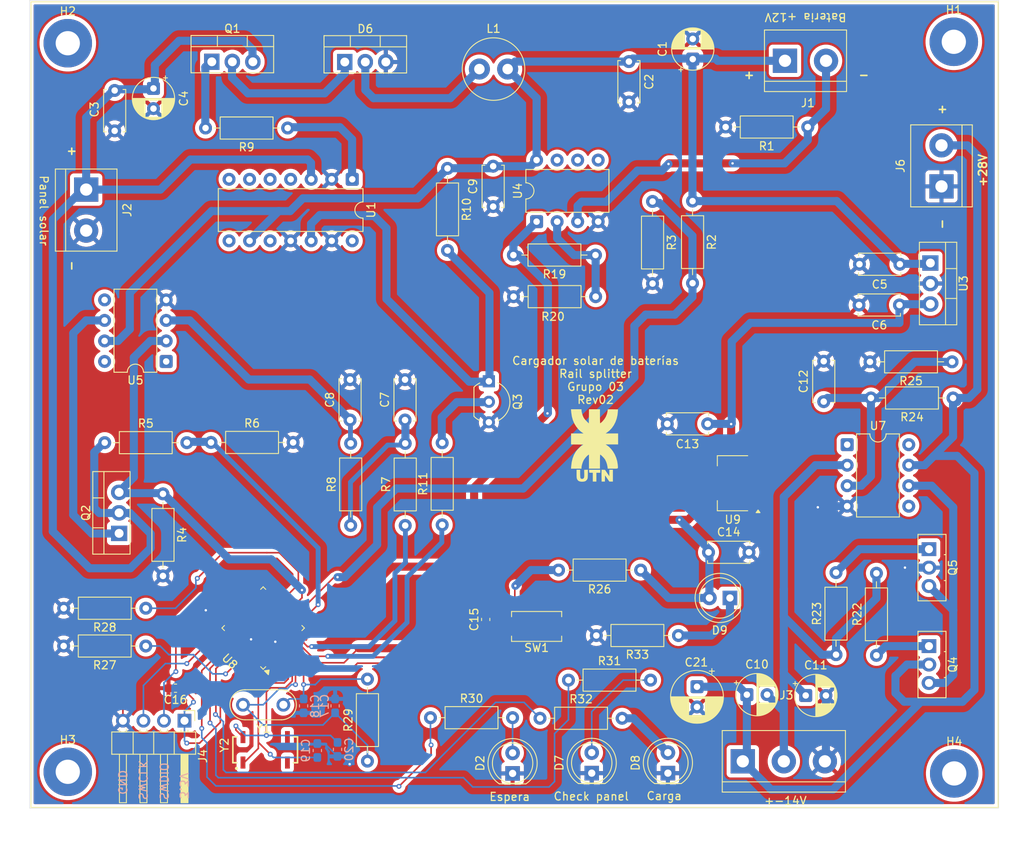
<source format=kicad_pcb>
(kicad_pcb (version 20241229) (generator "pcbnew") (generator_version "9.0")
  (layers (0 "F.Cu" signal) (2 "B.Cu" signal) (13 "F.Paste" user) (15 "B.Paste" user) (5 "F.SilkS" user "F.Silkscreen") (7 "B.SilkS" user "B.Silkscreen") (1 "F.Mask" user) (3 "B.Mask" user) (25 "Edge.Cuts" user))
  (net 0 "")
  (net 1 "Vbat")
  (net 2 "Vpanel")
  (net 3 "5V")
  (net 4 "Net-(C7-Pad1)")
  (net 5 "V_I1")
  (net 6 "Net-(Q1-G)")
  (net 7 "VcurrentPan")
  (net 8 "Net-(Q2-B)")
  (net 9 "Net-(Q3-B)")
  (net 10 "Net-(Q3-C)")
  (net 11 "Vfb")
  (net 12 "VfbPan")
  (net 13 "Vtest")
  (net 14 "Gate")
  (net 15 "Lin")
  (net 23 "+28V")
  (net 24 "Net-(U7-+)")
  (net 25 "3.3V")
  (net 26 "uCRESET")
  (net 27 "OSCIN")
  (net 28 "OSCOUT")
  (net 29 "PC14")
  (net 30 "PC15")
  (net 31 "Net-(D2-A)")
  (net 32 "Net-(D7-A)")
  (net 33 "Net-(D8-A)")
  (net 34 "Net-(D9-K)")
  (net 35 "GNDA")
  (net 36 "SWCLK")
  (net 37 "SWIO")
  (net 38 "Net-(Q4-E)")
  (net 39 "Net-(Q4-B)")
  (net 40 "Net-(Q5-E)")
  (net 41 "Net-(U5-+)")
  (net 42 "Net-(U4A--)")
  (net 43 "BOOT0")
  (net 44 "GND")
  (net 45 "Net-(D6-K)")
  (net 46 "Net-(Q1-D)")
  (net 47 "BOOT1")
  (net 48 "Net-(U8-PB5)")
  (net 49 "Net-(U8-PB6)")
  (net 50 "Net-(U8-PB7)")
  (net 84 "Net-(J1-Pin_2)")
  (footprint "Resistor_THT:R_Axial_DIN0207_L6.3mm_D2.5mm_P10.16mm_Horizontal" (layer "F.Cu") (at 140.7 132.6)
    (property "Reference" "R30")
    (property "Value" "220")
  )
  (footprint "LED_THT:LED_D5.0mm_FlatTop" (layer "F.Cu") (at 150.86 139.5 90)
    (property "Reference" "D2")
    (property "Value" "LED")
  )
  (footprint "Capacitor_SMD:C_0603_1608Metric_Pad1.08x0.95mm_HandSolder" (layer "F.Cu") (at 109.15 128.95 180)
    (property "Reference" "C16")
    (property "Value" "104")
  )
  (footprint "Capacitor_SMD:C_0603_1608Metric_Pad1.08x0.95mm_HandSolder" (layer "F.Cu") (at 147.5325 120.4375 90)
    (property "Reference" "C15")
    (property "Value" "105")
  )
  (footprint "Resistor_THT:R_Axial_DIN0207_L6.3mm_D2.5mm_P10.16mm_Horizontal" (layer "F.Cu") (at 157.77 127.95)
    (property "Reference" "R31")
    (property "Value" "220")
  )
  (footprint "Package_TO_SOT_THT:TO-220-3_Vertical" (layer "F.Cu") (at 102.175 109.78 90)
    (property "Reference" "Q2")
    (property "Value" "TIP41")
  )
  (footprint "Resistor_THT:R_Axial_DIN0207_L6.3mm_D2.5mm_P10.16mm_Horizontal" (layer "F.Cu") (at 161.115 75.325 180)
    (property "Reference" "R19")
    (property "Value" "39k")
  )
  (footprint "Resistor_THT:R_Axial_DIN0207_L6.3mm_D2.5mm_P10.16mm_Horizontal" (layer "F.Cu") (at 100.395 98.55)
    (property "Reference" "R5")
    (property "Value" "47k")
  )
  (footprint "Resistor_THT:R_Axial_DIN0207_L6.3mm_D2.5mm_P10.16mm_Horizontal" (layer "F.Cu") (at 130.825 108.8 90)
    (property "Reference" "R8")
    (property "Value" "10k")
  )
  (footprint "Package_DIP:DIP-8_W7.62mm" (layer "F.Cu") (at 153.83 71.19 90)
    (property "Reference" "U4")
    (property "Value" "LM358")
  )
  (footprint "MountingHole:MountingHole_3mm_Pad" (layer "F.Cu") (at 95.825 49.1)
    (property "Reference" "H2")
    (property "Value" "MountingHole_Pad_MP")
  )
  (footprint "Capacitor_THT:CP_Radial_D6.3mm_P2.50mm" (layer "F.Cu") (at 173.675 128.767621 -90)
    (property "Reference" "C21")
    (property "Value" "100u")
  )
  (footprint "Package_QFP:LQFP-48_7x7mm_P0.5mm" (layer "F.Cu") (at 120 121.5 135)
    (property "Reference" "U8")
    (property "Value" "STM32F103C8Tx")
  )
  (footprint "TerminalBlock:TerminalBlock_bornier-3_P5.08mm" (layer "F.Cu") (at 179.34 138)
    (property "Reference" "J3")
    (property "Value" "Conn_01x03_Socket")
  )
  (footprint "Package_TO_SOT_SMD:SOT-223-3_TabPin2" (layer "F.Cu") (at 178.1 103.575 180)
    (property "Reference" "U9")
    (property "Value" "AMS1117-3.3")
  )
  (footprint "TerminalBlock:TerminalBlock_bornier-2_P5.08mm" (layer "F.Cu") (at 98.1 67.22 -90)
    (property "Reference" "J2")
    (property "Value" "Conn_01x02_Socket")
  )
  (footprint "Package_DIP:DIP-8_W7.62mm" (layer "F.Cu") (at 108 88.5 180)
    (property "Reference" "U5")
    (property "Value" "OP07")
  )
  (footprint "Connector_PinHeader_2.54mm:PinHeader_1x04_P2.54mm_Horizontal" (layer "F.Cu") (at 110.265 132.975 -90)
    (property "Reference" "J4")
    (property "Value" "Conn_01x04_Pin")
  )
  (footprint "Capacitor_THT:C_Disc_D5.0mm_W2.5mm_P5.00mm" (layer "F.Cu") (at 130.75 95.75 90)
    (property "Reference" "C8")
    (property "Value" "10nF")
  )
  (footprint "Package_DIP:DIP-8_W7.62mm" (layer "F.Cu") (at 192.255 98.8)
    (property "Reference" "U7")
    (property "Value" "OP07")
  )
  (footprint "Package_TO_SOT_THT:TO-220-3_Vertical" (layer "F.Cu") (at 113.645 51.4)
    (property "Reference" "Q1")
    (property "Value" "IRF9540N")
  )
  (footprint "Capacitor_THT:C_Disc_D5.0mm_W2.5mm_P5.00mm" (layer "F.Cu") (at 175 96.225 180)
    (property "Reference" "C13")
    (property "Value" "10uF")
  )
  (footprint "Capacitor_THT:CP_Radial_D5.0mm_P2.50mm" (layer "F.Cu") (at 179.844888 129.75)
    (property "Reference" "C10")
    (property "Value" "25u")
  )
  (footprint "Button_Switch_SMD:SW_SPST_EVQPE1" (layer "F.Cu") (at 153.8325 121.3 180)
    (property "Reference" "SW1")
    (property "Value" "SW_DPST_x2")
  )
  (footprint "Package_TO_SOT_THT:TO-126-3_Vertical" (layer "F.Cu") (at 202.375 111.74 -90)
    (property "Reference" "Q5")
    (property "Value" "BD140")
  )
  (footprint "Resistor_THT:R_Axial_DIN0207_L6.3mm_D2.5mm_P10.16mm_Horizontal" (layer "F.Cu") (at 166.705 114.325 180)
    (property "Reference" "R26")
    (property "Value" "10k")
  )
  (footprint "TerminalBlock:TerminalBlock_bornier-2_P5.08mm" (layer "F.Cu") (at 184.56 51.275)
    (property "Reference" "J1")
    (property "Value" "Conn_01x02_Socket")
  )
  (footprint "Capacitor_THT:C_Disc_D5.0mm_W2.5mm_P5.00mm" (layer "F.Cu") (at 101.625 54.95 -90)
    (property "Reference" "C3")
    (property "Value" "100nF")
  )
  (footprint "Resistor_THT:R_Axial_DIN0207_L6.3mm_D2.5mm_P10.16mm_Horizontal" (layer "F.Cu") (at 137.575 108.805 90)
    (property "Reference" "R7")
    (property "Value" "10k")
  )
  (footprint "MountingHole:MountingHole_3mm_Pad" (layer "F.Cu") (at 95.825 139.3)
    (property "Reference" "H3")
    (property "Value" "MountingHole_Pad_MP")
  )
  (footprint "Resistor_THT:R_Axial_DIN0207_L6.3mm_D2.5mm_P10.16mm_Horizontal" (layer "F.Cu") (at 142.805 64.595 -90)
    (property "Reference" "R10")
    (property "Value" "2.7k")
  )
  (footprint "LED_THT:LED_D5.0mm_FlatTop" (layer "F.Cu") (at 177.75 117.775 180)
    (property "Reference" "D9")
    (property "Value" "LED")
  )
  (footprint "Capacitor_THT:CP_Radial_D5.0mm_P2.50mm" (layer "F.Cu") (at 173.15 51.069888 90)
    (property "Reference" "C1")
    (property "Value" "10uF")
  )
  (footprint "Resistor_THT:R_Axial_DIN0207_L6.3mm_D2.5mm_P10.16mm_Horizontal" (layer "F.Cu") (at 150.975 80.475)
    (property "Reference" "R20")
    (property "Value" "2.7k")
  )
  (footprint "Capacitor_THT:C_Disc_D5.0mm_W2.5mm_P5.00mm" (layer "F.Cu") (at 175.1 112.125)
    (property "Reference" "C14")
    (property "Value" "22uF")
  )
  (footprint "Resistor_THT:R_Axial_DIN0207_L6.3mm_D2.5mm_P10.16mm_Horizontal" (layer "F.Cu") (at 154.25 132.675)
    (property "Reference" "R32")
    (property "Value" "220")
  )
  (footprint "Capacitor_THT:C_Disc_D5.0mm_W2.5mm_P5.00mm" (layer "F.Cu") (at 198.725 81.51 180)
    (property "Reference" "C6")
    (property "Value" "0.1uF")
  )
  (footprint "MountingHole:MountingHole_3mm_Pad" (layer "F.Cu") (at 205.45 48.925)
    (property "Reference" "H1")
    (property "Value" "MountingHole_Pad_MP")
  )
  (footprint "Crystal:Resonator-2Pin_W8.0mm_H3.5mm" (layer "F.Cu") (at 122.5 131 180)
    (property "Reference" "Y1")
    (property "Value" "8MHz")
  )
  (footprint "Resistor_THT:R_Axial_DIN0207_L6.3mm_D2.5mm_P10.16mm_Horizontal" (layer "F.Cu") (at 168.175 68.695 -90)
    (property "Reference" "R3")
    (property "Value" "10k")
  )
  (footprint "utn_logo:utn" (layer "F.Cu") (at 160.95332 98.584977)
    (property "Reference" "G***" (hide yes))
    (property "Value" "LOGO" (hide yes))
  )
  (footprint "Resistor_THT:R_Axial_DIN0207_L6.3mm_D2.5mm_P10.16mm_Horizontal" (layer "F.Cu") (at 195.875 124.88 90)
    (property "Reference" "R22")
    (property "Value" "1")
  )
  (footprint "Capacitor_THT:C_Disc_D5.0mm_W2.5mm_P5.00mm" (layer "F.Cu") (at 165.25 51.375 -90)
    (property "Reference" "C2")
    (property "Value" "100nF")
  )
  (footprint "Resistor_THT:R_Axial_DIN0207_L6.3mm_D2.5mm_P10.16mm_Horizontal" (layer "F.Cu") (at 205.235 88.545 180)
    (property "Reference" "R25")
    (property "Value" "10k")
  )
  (footprint "LED_THT:LED_D5.0mm_FlatTop" (layer "F.Cu") (at 160.65 139.465 90)
    (property "Reference" "D7")
    (property "Value" "LED")
  )
  (footprint "Capacitor_THT:C_Disc_D5.0mm_W2.5mm_P5.00mm" (layer "F.Cu") (at 148.455 69.325 90)
    (property "Reference" "C9")
    (property "Value" "10nF")
  )
  (footprint "Resistor_THT:R_Axial_DIN0207_L6.3mm_D2.5mm_P10.16mm_Horizontal" (layer "F.Cu") (at 132.9 137.98 90)
    (property "Reference" "R29")
    (property "Value" "1M")
  )
  (footprint "MountingHole:MountingHole_3mm_Pad" (layer "F.Cu") (at 205.5 139.5)
    (property "Reference" "H4")
    (property "Value" "MountingHole_Pad_MP")
  )
  (footprint "Package_TO_SOT_THT:TO-220-3_Vertical" (layer "F.Cu") (at 202.55 76.31 -90)
    (property "Reference" "U3")
    (property "Value" "L7805")
  )
  (footprint "Resistor_THT:R_Axial_DIN0207_L6.3mm_D2.5mm_P10.16mm_Horizontal" (layer "F.Cu") (at 205.355 93.02 180)
    (property "Reference" "R24")
    (property "Value" "10k")
  )
  (footprint "Package_TO_SOT_THT:TO-220-3_Vertical" (layer "F.Cu") (at 130.095 51.425)
    (property "Reference" "D6")
    (property "Value" "D_Dual_CommonCathode_AKA_Parallel")
  )
  (footprint "Package_TO_SOT_THT:TO-126-3_Vertical" (layer "F.Cu") (at 202.375 123.74 -90)
    (property "Reference" "Q4")
    (property "Value" "BD139")
  )
  (footprint "Resistor_THT:R_Axial_DIN0207_L6.3mm_D2.5mm_P10.16mm_Horizontal" (layer "F.Cu") (at 187.38 59.475 180)
    (property "Reference" "R1")
    (property "Value" "0.22")
  )
  (footprint "Capacitor_THT:CP_Radial_D5.0mm_P2.50mm" (layer "F.Cu") (at 106.425 54.694888 -90)
    (property "Reference" "C4")
    (property "Value" "10uF")
  )
  (footprint "Resistor_THT:R_Axial_DIN0207_L6.3mm_D2.5mm_P10.16mm_Horizontal" (layer "F.Cu") (at 105.475 123.725 180)
    (property "Reference" "R27")
    (property "Value" "100k")
  )
  (footprint "Resistor_THT:R_Axial_DIN0207_L6.3mm_D2.5mm_P10.16mm_Horizontal" (layer "F.Cu") (at 173.125 68.645 -90)
    (property "Reference" "R2")
    (property "Value" "39k")
  )
  (footprint "Resistor_THT:R_Axial_DIN0207_L6.3mm_D2.5mm_P10.16mm_Horizontal" (layer "F.Cu") (at 107.6 104.89 -90)
    (property "Reference" "R4")
    (property "Value" "3.3")
  )
  (footprint "Capacitor_THT:CP_Radial_D5.0mm_P2.50mm" (layer "F.Cu") (at 187.125 129.85)
    (property "Reference" "C11")
    (property "Value" "25u")
  )
  (footprint "Inductor_THT:L_Radial_D7.5mm_P3.50mm_Fastron_07P" (layer "F.Cu") (at 146.75 52.3)
    (property "Reference" "L1")
    (property "Value" "3.6mH")
  )
  (footprint "Package_DIP:DIP-14_W7.62mm" (layer "F.Cu") (at 131.02 65.945 -90)
    (property "Reference" "U1")
    (property "Value" "IR2110")
  )
  (footprint "Resistor_THT:R_Axial_DIN0207_L6.3mm_D2.5mm_P10.16mm_Horizontal" (layer "F.Cu") (at 142.15 108.73 90)
    (property "Reference" "R11")
    (property "Value" "1.2k")
  )
  (footprint "Capacitor_THT:C_Disc_D5.0mm_W2.5mm_P5.00mm" (layer "F.Cu") (at 198.775 76.46 180)
    (property "Reference" "C5")
    (property "Value" "0.33uF")
  )
  (footprint "CrystalSTM32:OSCL550P800X320X254-4N" (layer "F.Cu") (at 120.25 136.575 90)
    (property "Reference" "Y2")
    (property "Value" "32.768k")
  )
  (footprint "Resistor_THT:R_Axial_DIN0207_L6.3mm_D2.5mm_P10.16mm_Horizontal" (layer "F.Cu") (at 105.48 119.05 180)
    (property "Reference" "R28")
    (property "Value" "100k")
  )
  (footprint "LED_THT:LED_D5.0mm_FlatTop" (layer "F.Cu") (at 170.075 139.465 90)
    (property "Reference" "D8")
    (property "Value" "LED")
  )
  (footprint "Package_TO_SOT_THT:TO-92_Inline_Wide" (layer "F.Cu") (at 147.925 90.95 -90)
    (property "Reference" "Q3")
    (property "Value" "BC546")
  )
  (footprint "Resistor_THT:R_Axial_DIN0207_L6.3mm_D2.5mm_P10.16mm_Horizontal" (layer "F.Cu") (at 123.03 59.6 180)
    (property "Reference" "R9")
    (property "Value" "10")
  )
  (footprint "Capacitor_THT:C_Disc_D5.0mm_W2.5mm_P5.00mm" (layer "F.Cu") (at 137.55 95.75 90)
    (property "Reference" "C7")
    (property "Value" "10nF")
  )
  (footprint "TerminalBlock:TerminalBlock_bornier-2_P5.08mm" (layer "F.Cu") (at 203.925 66.825 90)
    (property "Reference" "J6")
    (property "Value" "Conn_01x02_Socket")
  )
  (footprint "Capacitor_THT:C_Disc_D5.0mm_W2.5mm_P5.00mm" (layer "F.Cu") (at 189.355 93.47 90)
    (property "Reference" "C12")
    (property "Value" "1nF")
  )
  (footprint "Resistor_THT:R_Axial_DIN0207_L6.3mm_D2.5mm_P10.16mm_Horizontal" (layer "F.Cu") (at 190.875 124.8 90)
    (property "Reference" "R23")
    (property "Value" "1")
  )
  (footprint "Resistor_THT:R_Axial_DIN0207_L6.3mm_D2.5mm_P10.16mm_Horizontal" (layer "F.Cu") (at 171.38 122.425 180)
    (property "Reference" "R33")
    (property "Value" "470")
  )
  (footprint "Resistor_THT:R_Axial_DIN0207_L6.3mm_D2.5mm_P10.16mm_Horizontal" (layer "F.Cu") (at 113.545 98.525)
    (property "Reference" "R6")
    (property "Value" "10k")
  )
  (footprint "Capacitor_SMD:C_0603_1608Metric_Pad1.08x0.95mm_HandSolder" (layer "B.Cu") (at 125 131.1375 90)
    (property "Reference" "C18")
    (property "Value" "20p")
  )
  (footprint "Capacitor_SMD:C_0603_1608Metric_Pad1.08x0.95mm_HandSolder" (layer "B.Cu") (at 126.7 136.6625 -90)
    (property "Reference" "C19")
    (property "Value" "20p")
  )
  (footprint "Capacitor_SMD:C_0603_1608Metric_Pad1.08x0.95mm_HandSolder" (layer "B.Cu") (at 128.9 131.1375 -90)
    (property "Reference" "C17")
    (property "Value" "20p")
  )
  (footprint "Capacitor_SMD:C_0603_1608Metric_Pad1.08x0.95mm_HandSolder" (layer "B.Cu") (at 129.2 136.525 90)
    (property "Reference" "C20")
    (property "Value" "20p")
  )
  (gr_rect (start 91.275 43.975) (end 210.925 143.7) (stroke (width 0.1)) (fill no) (layer "F.SilkS"))
  (gr_rect (start 91.1 43.8) (end 211 143.8) (stroke (width 0.05)) (fill no) (layer "Edge.Cuts"))
  (gr_text "Check panel" (at 155.85 142.925 0) (layer "F.SilkS") (effects (font (size 1 1)) (justify left bottom)))
  (gr_text "+28V" (at 209.625 66.975 90) (layer "F.SilkS") (effects (font (size 1 1) (thickness 0.2) (bold yes)) (justify left bottom)))
  (gr_text "Cargador solar de baterías\nRail splitter\nGrupo 03\nRev02\n" (at 161.125 90.825 0) (layer "F.SilkS") (effects (font (size 1 1))))
  (gr_text "Espera" (at 147.9 142.975 0) (layer "F.SilkS") (effects (font (size 1 1)) (justify left bottom)))
  (gr_text "Panel solar" (at 92.275 65.375 270) (layer "F.SilkS") (effects (font (size 1 1)) (justify left bottom)))
  (gr_text "+-14V\n" (at 181.9 143.475 0) (layer "F.SilkS") (effects (font (size 1 1)) (justify left bottom)))
  (gr_text "+                 -" (at 179.375 53.6 0) (layer "F.SilkS") (effects (font (size 1 1) (thickness 0.2) (bold yes)) (justify left bottom)))
  (gr_text "+                 -" (at 95.8 61.725 270) (layer "F.SilkS") (effects (font (size 1 1) (thickness 0.2) (bold yes)) (justify left bottom)))
  (gr_text "Carga" (at 167.35 142.875 0) (layer "F.SilkS") (effects (font (size 1 1)) (justify left bottom)))
  (gr_text "Bateria +12V" (at 192.25 45.3 180) (layer "F.SilkS") (effects (font (size 1 1)) (justify left bottom)))
  (gr_text "+                 -" (at 203.525 56.55 270) (layer "F.SilkS") (effects (font (size 1 1) (thickness 0.2) (bold yes)) (justify left bottom)))
  (gr_text "SWCLK\n" (at 104.525 142.875 270) (layer "B.SilkS") (effects (font (size 1 1)) (justify left bottom mirror)))
  (gr_text "SWDIO\n" (at 107.125 142.875 270) (layer "B.SilkS") (effects (font (size 1 1)) (justify left bottom mirror)))
  (gr_text "3.3V\n" (at 109.6 142.75 270) (layer "B.SilkS") (effects (font (size 1 1)) (justify left bottom mirror)))
  (gr_text "GND\n" (at 102 142.225 270) (layer "B.SilkS") (effects (font (size 1 1)) (justify left bottom mirror)))
  (segment (start 148.205 64.575) (end 148.455 64.325) (width 1) (layer "B.Cu") (net 1))
  (segment (start 102.04 85.96) (end 103.5 84.5) (width 1) (layer "B.Cu") (net 1))
  (segment (start 173.615 68.4) (end 173.115 68.9) (width 0.2) (layer "B.Cu") (net 1))
  (segment (start 103.5 84.5) (end 103.5 80) (width 1) (layer "B.Cu") (net 1))
  (segment (start 113.62 69.88) (end 121.92 69.88) (width 1) (layer "B.Cu") (net 1))
  (segment (start 124.92 68.3) (end 139.1 68.3) (width 1) (layer "B.Cu") (net 1))
  (segment (start 173.115 51.61) (end 173.115 68.9) (width 1) (layer "B.Cu") (net 1))
  (segment (start 165.725 51) (end 165.35 51.375) (width 1) (layer "B.Cu") (net 1))
  (segment (start 103.5 80) (end 113.62 69.88) (width 1) (layer "B.Cu") (net 1))
  (segment (start 123.34 69.88) (end 124.92 68.3) (width 1) (layer "B.Cu") (net 1))
  (segment (start 202.66 76.41) (end 202.7 76.37) (width 1) (layer "B.Cu") (net 1))
  (segment (start 153.075 64.325) (end 153.83 63.57) (width 1) (layer "B.Cu") (net 1))
  (segment (start 173.15 51) (end 173.15 51.575) (width 1) (layer "B.Cu") (net 1))
  (segment (start 165.25 51.375) (end 151.175 51.375) (width 1) (layer "B.Cu") (net 1))
  (segment (start 142.705 64.575) (end 148.205 64.575) (width 1) (layer "B.Cu") (net 1))
  (segment (start 148.455 64.325) (end 153.075 64.325) (width 1) (layer "B.Cu") (net 1))
  (segment (start 121.92 69.88) (end 123.34 69.88) (width 1) (layer "B.Cu") (net 1))
  (segment (start 100.38 85.96) (end 102.04 85.96) (width 1) (layer "B.Cu") (net 1))
  (segment (start 198.7 76.41) (end 202.66 76.41) (width 1) (layer "B.Cu") (net 1))
  (segment (start 173.15 51) (end 175.96 51) (width 1) (layer "B.Cu") (net 1))
  (segment (start 118.3 73.5) (end 121.92 69.88) (width 1) (layer "B.Cu") (net 1))
  (segment (start 139.1 68.3) (end 142.805 64.595) (width 1) (layer "B.Cu") (net 1))
  (segment (start 170.42 51) (end 173.15 51) (width 1) (layer "B.Cu") (net 1))
  (segment (start 173.15 51.575) (end 173.115 51.61) (width 1) (layer "B.Cu") (net 1))
  (segment (start 151.175 51.375) (end 150.25 52.3) (width 1) (layer "B.Cu") (net 1))
  (segment (start 190.96 68.645) (end 198.775 76.46) (width 1) (layer "B.Cu") (net 1))
  (segment (start 173.125 68.645) (end 190.96 68.645) (width 1) (layer "B.Cu") (net 1))
  (segment (start 184.56 51.275) (end 176.235 51.275) (width 1) (layer "B.Cu") (net 1))
  (segment (start 176.235 51.275) (end 175.96 51) (width 1) (layer "B.Cu") (net 1))
  (segment (start 153.83 55.88) (end 153.83 63.57) (width 1) (layer "B.Cu") (net 1))
  (segment (start 150.25 52.3) (end 153.83 55.88) (width 1) (layer "B.Cu") (net 1))
  (segment (start 170.42 51) (end 165.725 51) (width 1) (layer "B.Cu") (net 1))
  (segment (start 99.1 106.625) (end 99.1 99.745) (width 1) (layer "B.Cu") (net 2))
  (segment (start 125.92 63.92) (end 125.5 63.5) (width 1) (layer "B.Cu") (net 2))
  (segment (start 106.6 51.8) (end 109.6 48.8) (width 1) (layer "B.Cu") (net 2))
  (segment (start 118.68 49.88) (end 118.68 51.3) (width 1) (layer "B.Cu") (net 2))
  (segment (start 125.5 63.5) (end 111 63.5) (width 1) (layer "B.Cu") (net 2))
  (segment (start 93.975 109.55) (end 98.525 114.1) (width 1) (layer "B.Cu") (net 2))
  (segment (start 111 63.5) (end 107.28 67.22) (width 1) (layer "B.Cu") (net 2))
  (segment (start 98.1 58.3) (end 101.6 54.8) (width 1) (layer "B.Cu") (net 2))
  (segment (start 106.075 109.820787) (end 103.514213 107.26) (width 1) (layer "B.Cu") (net 2))
  (segment (start 99.1 99.745) (end 100.395 98.45) (width 1) (layer "B.Cu") (net 2))
  (segment (start 98.525 114.1) (end 103.575 114.1) (width 1) (layer "B.Cu") (net 2))
  (segment (start 107.28 67.22) (end 98.1 67.22) (width 1) (layer "B.Cu") (net 2))
  (segment (start 101.6 54.8) (end 106.6 54.8) (width 1) (layer "B.Cu") (net 2))
  (segment (start 93.975 70.925) (end 93.975 109.55) (width 1) (layer "B.Cu") (net 2))
  (segment (start 125.92 65.88) (end 125.92 63.92) (width 1) (layer "B.Cu") (net 2))
  (segment (start 106.075 111.6) (end 106.075 109.820787) (width 1) (layer "B.Cu") (net 2))
  (segment (start 109.6 48.8) (end 117.6 48.8) (width 1) (layer "B.Cu") (net 2))
  (segment (start 98.1 67.22) (end 98.1 58.3) (width 1) (layer "B.Cu") (net 2))
  (segment (start 102.1 107.26) (end 99.735 107.26) (width 1) (layer "B.Cu") (net 2))
  (segment (start 97.68 67.22) (end 93.975 70.925) (width 1) (layer "B.Cu") (net 2))
  (segment (start 99.735 107.26) (end 99.1 106.625) (width 1) (layer "B.Cu") (net 2))
  (segment (start 103.575 114.1) (end 106.075 111.6) (width 1) (layer "B.Cu") (net 2))
  (segment (start 98.1 67.22) (end 97.68 67.22) (width 1) (layer "B.Cu") (net 2))
  (segment (start 103.514213 107.26) (end 102.1 107.26) (width 1) (layer "B.Cu") (net 2))
  (segment (start 117.6 48.8) (end 118.68 49.88) (width 1) (layer "B.Cu") (net 2))
  (segment (start 106.6 54.8) (end 106.6 51.8) (width 1) (layer "B.Cu") (net 2))
  (segment (start 177.9 96.25) (end 177.9 97.925) (width 1) (layer "F.Cu") (net 3))
  (segment (start 177.9 97.925) (end 181.25 101.275) (width 1) (layer "F.Cu") (net 3))
  (via (at 177.9 96.25) (size 0.6) (drill 0.3) (layers "F.Cu" "B.Cu") (net 3))
  (segment (start 177.975 96.175) (end 177.9 96.25) (width 1) (layer "B.Cu") (net 3))
  (segment (start 180.275 83.725) (end 177.975 86.025) (width 1) (layer "B.Cu") (net 3))
  (segment (start 198.725 83.725) (end 198.725 81.51) (width 1) (layer "B.Cu") (net 3))
  (segment (start 177.875 96.225) (end 177.9 96.25) (width 1) (layer "B.Cu") (net 3))
  (segment (start 177.9 96.25) (end 177.9 95.975) (width 1) (layer "B.Cu") (net 3))
  (segment (start 175 96.225) (end 177.875 96.225) (width 1) (layer "B.Cu") (net 3))
  (segment (start 202.66 81.41) (end 202.7 81.45) (width 1) (layer "B.Cu") (net 3))
  (segment (start 198.7 81.41) (end 202.66 81.41) (width 1) (layer "B.Cu") (net 3))
  (segment (start 198.725 83.725) (end 180.275 83.725) (width 1) (layer "B.Cu") (net 3))
  (segment (start 177.975 86.025) (end 177.975 96.175) (width 1) (layer "B.Cu") (net 3))
  (segment (start 137.39 98.85) (end 137.6 98.64) (width 0.6) (layer "B.Cu") (net 4))
  (segment (start 130.8 108.775) (end 130.8 103.45) (width 0.6) (layer "B.Cu") (net 4))
  (segment (start 137.6 98.64) (end 137.6 95.64) (width 1) (layer "B.Cu") (net 4))
  (segment (start 135.4 98.85) (end 137.39 98.85) (width 0.6) (layer "B.Cu") (net 4))
  (segment (start 130.8 103.45) (end 135.4 98.85) (width 0.6) (layer "B.Cu") (net 4))
  (segment (start 153.875 96.325) (end 146.1 104.1) (width 1) (layer "F.Cu") (net 5))
  (segment (start 127.301212 122.498788) (end 129.2 120.6) (width 0.2) (layer "F.Cu") (net 5))
  (segment (start 135.9 113.9) (end 129.2 120.6) (width 1) (layer "F.Cu") (net 5))
  (segment (start 153.875 96.225) (end 153.875 96.325) (width 1) (layer "F.Cu") (net 5))
  (segment (start 146.1 104.1) (end 146.1 110.8) (width 1) (layer "F.Cu") (net 5))
  (segment (start 143 113.9) (end 135.9 113.9) (width 1) (layer "F.Cu") (net 5))
  (segment (start 124.887876 122.498788) (end 127.301212 122.498788) (width 0.2) (layer "F.Cu") (net 5))
  (segment (start 146.1 110.8) (end 143 113.9) (width 1) (layer "F.Cu") (net 5))
  (segment (start 155.175 94.925) (end 153.875 96.225) (width 1) (layer "F.Cu") (net 5))
  (via (at 155.175 94.925) (size 0.6) (drill 0.3) (layers "F.Cu" "B.Cu") (net 5))
  (segment (start 150.955 74.065) (end 153.83 71.19) (width 1) (layer "B.Cu") (net 5))
  (segment (start 151.6 75.325) (end 155.225 78.95) (width 1) (layer "B.Cu") (net 5))
  (segment (start 150.955 75.325) (end 151.6 75.325) (width 1) (layer "B.Cu") (net 5))
  (segment (start 155.225 78.95) (end 155.225 94.875) (width 1) (layer "B.Cu") (net 5))
  (segment (start 155.225 94.875) (end 155.175 94.925) (width 1) (layer "B.Cu") (net 5))
  (segment (start 150.955 75.325) (end 150.955 74.065) (width 1) (layer "B.Cu") (net 5))
  (segment (start 112.84 59.5) (end 112.84 52.06) (width 1) (layer "B.Cu") (net 6))
  (segment (start 112.84 52.06) (end 113.6 51.3) (width 1) (layer "B.Cu") (net 6))
  (segment (start 124.8 117.76066) (end 124.8 116.8) (width 0.2) (layer "F.Cu") (net 7))
  (segment (start 123.473662 119.086998) (end 124.8 117.76066) (width 0.2) (layer "F.Cu") (net 7))
  (via (at 124.8 116.8) (size 0.6) (drill 0.3) (layers "F.Cu" "B.Cu") (net 7))
  (segment (start 102.18 104.8) (end 102.1 104.72) (width 1) (layer "B.Cu") (net 7))
  (segment (start 108 85.96) (end 106.04 85.96) (width 1) (layer "B.Cu") (net 7))
  (segment (start 106.04 85.96) (end 104 88) (width 1) (layer "B.Cu") (net 7))
  (segment (start 107.6 104.8) (end 102.18 104.8) (width 1) (layer "B.Cu") (net 7))
  (segment (start 107.52 104.72) (end 107.6 104.8) (width 1) (layer "B.Cu") (net 7))
  (segment (start 107.6 104.8) (end 115.8 113) (width 1) (layer "B.Cu") (net 7))
  (segment (start 104 88) (end 104 102.82) (width 1) (layer "B.Cu") (net 7))
  (segment (start 115.8 113) (end 121 113) (width 1) (layer "B.Cu") (net 7))
  (segment (start 121 113) (end 124.8 116.8) (width 1) (layer "B.Cu") (net 7))
  (segment (start 104 102.82) (end 102.1 104.72) (width 1) (layer "B.Cu") (net 7))
  (segment (start 96.5 107.5) (end 96.5 85) (width 1) (layer "B.Cu") (net 8))
  (segment (start 96.5 85) (end 98.08 83.42) (width 1) (layer "B.Cu") (net 8))
  (segment (start 98.8 109.8) (end 96.5 107.5) (width 1) (layer "B.Cu") (net 8))
  (segment (start 98.08 83.42) (end 100.38 83.42) (width 1) (layer "B.Cu") (net 8))
  (segment (start 102.1 109.8) (end 98.8 109.8) (width 1) (layer "B.Cu") (net 8))
  (segment (start 142.1 95.4) (end 143.96 93.54) (width 1) (layer "B.Cu") (net 9))
  (segment (start 142.1 98.64) (end 142.1 95.4) (width 1) (layer "B.Cu") (net 9))
  (segment (start 143.96 93.54) (end 148 93.54) (width 1) (layer "B.Cu") (net 9))
  (segment (start 148 91) (end 148 80.03) (width 1) (layer "B.Cu") (net 10))
  (segment (start 145.5 91) (end 148 91) (width 1) (layer "B.Cu") (net 10))
  (segment (start 135.25 80.75) (end 145.5 91) (width 1) (layer "B.Cu") (net 10))
  (segment (start 148 80.03) (end 142.705 74.735) (width 1) (layer "B.Cu") (net 10))
  (segment (start 125.92 73.5) (end 125.92 71.46) (width 1) (layer "B.Cu") (net 10))
  (segment (start 125.92 71.46) (end 127 70.38) (width 1) (layer "B.Cu") (net 10))
  (segment (start 132.58 70.38) (end 132.7 70.5) (width 1) (layer "B.Cu") (net 10))
  (segment (start 127 70.38) (end 132.58 70.38) (width 1) (layer "B.Cu") (net 10))
  (segment (start 132.7 70.5) (end 133.75 70.5) (width 1) (layer "B.Cu") (net 10))
  (segment (start 135.25 72) (end 135.25 80.75) (width 1) (layer "B.Cu") (net 10))
  (segment (start 133.75 70.5) (end 135.25 72) (width 1) (layer "B.Cu") (net 10))
  (segment (start 128.774874 115.2) (end 129.2 115.2) (width 0.2) (layer "F.Cu") (net 11))
  (segment (start 124.180769 119.794105) (end 128.774874 115.2) (width 0.2) (layer "F.Cu") (net 11))
  (via (at 129.2 115.2) (size 0.6) (drill 0.3) (layers "F.Cu" "B.Cu") (net 11))
  (segment (start 165.925 84.1) (end 165.925 90.475) (width 1) (layer "B.Cu") (net 11))
  (segment (start 173.115 72.95) (end 173.115 79.06) (width 1) (layer "B.Cu") (net 11))
  (segment (start 173.115 80.51) (end 170.925 82.7) (width 1) (layer "B.Cu") (net 11))
  (segment (start 152.175 104.225) (end 136.45 104.225) (width 1) (layer "B.Cu") (net 11))
  (segment (start 134.1 111.175) (end 130.075 115.2) (width 1) (layer "B.Cu") (net 11))
  (segment (start 169.035 68.87) (end 173.115 72.95) (width 1) (layer "B.Cu") (net 11))
  (segment (start 173.115 79.06) (end 173.115 80.51) (width 1) (layer "B.Cu") (net 11))
  (segment (start 167.325 82.7) (end 165.925 84.1) (width 1) (layer "B.Cu") (net 11))
  (segment (start 170.925 82.7) (end 167.325 82.7) (width 1) (layer "B.Cu") (net 11))
  (segment (start 168.15 68.87) (end 169.035 68.87) (width 1) (layer "B.Cu") (net 11))
  (segment (start 165.925 90.475) (end 152.175 104.225) (width 1) (layer "B.Cu") (net 11))
  (segment (start 130.075 115.2) (end 129.2 115.2) (width 1) (layer "B.Cu") (net 11))
  (segment (start 134.1 106.575) (end 134.1 111.175) (width 1) (layer "B.Cu") (net 11))
  (segment (start 136.45 104.225) (end 134.1 106.575) (width 1) (layer "B.Cu") (net 11))
  (segment (start 173.115 79.06) (end 173.225 78.95) (width 1) (layer "B.Cu") (net 11))
  (segment (start 126.789088 118.6) (end 126.8 118.6) (width 0.2) (layer "F.Cu") (net 12))
  (segment (start 124.887876 120.501212) (end 126.789088 118.6) (width 0.2) (layer "F.Cu") (net 12))
  (via (at 126.8 118.6) (size 0.6) (drill 0.3) (layers "F.Cu" "B.Cu") (net 12))
  (segment (start 126.8 118.6) (end 126.8 111.605) (width 0.6) (layer "B.Cu") (net 12))
  (segment (start 126.8 111.605) (end 113.645 98.45) (width 0.6) (layer "B.Cu") (net 12))
  (segment (start 110.555 98.45) (end 113.645 98.45) (width 1) (layer "B.Cu") (net 12))
  (segment (start 125.48198 123.8) (end 126 123.8) (width 0.2) (layer "F.Cu") (net 13))
  (segment (start 124.534322 122.852342) (end 125.48198 123.8) (width 0.2) (layer "F.Cu") (net 13))
  (via (at 126 123.8) (size 0.6) (drill 0.3) (layers "F.Cu" "B.Cu") (net 13))
  (segment (start 133.1 123.8) (end 126 123.8) (width 0.6) (layer "B.Cu") (net 13))
  (segment (start 136.3 120.6) (end 136.3 114.7) (width 0.6) (layer "B.Cu") (net 13))
  (segment (start 136.3 114.7) (end 137.625 113.375) (width 0.6) (layer "B.Cu") (net 13))
  (segment (start 137.625 113.375) (end 137.6 113.35) (width 0.6) (layer "B.Cu") (net 13))
  (segment (start 137.6 113.35) (end 137.6 108.8) (width 0.6) (layer "B.Cu") (net 13))
  (segment (start 136.3 120.6) (end 133.1 123.8) (width 0.6) (layer "B.Cu") (net 13))
  (segment (start 129.5 59.5) (end 131 61) (width 1) (layer "B.Cu") (net 14))
  (segment (start 131 61) (end 131 65.88) (width 1) (layer "B.Cu") (net 14))
  (segment (start 123 59.5) (end 129.5 59.5) (width 1) (layer "B.Cu") (net 14))
  (segment (start 124.180769 123.205895) (end 125.974874 125) (width 0.2) (layer "F.Cu") (net 15))
  (segment (start 125.974874 125) (end 128 125) (width 0.2) (layer "F.Cu") (net 15))
  (via (at 128 125) (size 0.6) (drill 0.3) (layers "F.Cu" "B.Cu") (net 15))
  (segment (start 137.8 115.2) (end 137.8 120.8) (width 0.6) (layer "B.Cu") (net 15))
  (segment (start 137.8 120.8) (end 133.6 125) (width 0.6) (layer "B.Cu") (net 15))
  (segment (start 133.6 125) (end 128 125) (width 0.6) (layer "B.Cu") (net 15))
  (segment (start 142.1 110.9) (end 137.8 115.2) (width 0.6) (layer "B.Cu") (net 15))
  (segment (start 142.1 108.8) (end 142.1 110.9) (width 0.6) (layer "B.Cu") (net 15))
  (segment (start 207.305 93.02) (end 208.355 91.97) (width 1) (layer "B.Cu") (net 23))
  (segment (start 208.355 91.97) (end 208.355 62.98) (width 1) (layer "B.Cu") (net 23))
  (segment (start 202.98 100.195) (end 201.835 101.34) (width 1) (layer "B.Cu") (net 23))
  (segment (start 198.23 129.545) (end 198.23 127.42) (width 1) (layer "B.Cu") (net 23))
  (segment (start 201.835 101.34) (end 205.355 97.82) (width 1) (layer "B.Cu") (net 23))
  (segment (start 179.275 137.935) (end 179.34 138) (width 1) (layer "B.Cu") (net 23))
  (segment (start 179.844888 129.75) (end 179.844888 137.495112) (width 1) (layer "B.Cu") (net 23))
  (segment (start 199.875 101.34) (end 201.835 101.34) (width 1) (layer "B.Cu") (net 23))
  (segment (start 190.5 141.5) (end 201.38 130.62) (width 1) (layer "B.Cu") (net 23))
  (segment (start 206.53 130.62) (end 199.305 130.62) (width 1) (layer "B.Cu") (net 23))
  (segment (start 208.005 129.145) (end 208.005 102.345) (width 1) (layer "B.Cu") (net 23))
  (segment (start 207.12 61.745) (end 203.925 61.745) (width 1) (layer "B.Cu") (net 23))
  (segment (start 207.1675 129.9825) (end 206.53 130.62) (width 1) (layer "B.Cu") (net 23))
  (segment (start 179.225 137.885) (end 179.34 138) (width 1) (layer "B.Cu") (net 23))
  (segment (start 206.905 130.245) (end 207.1675 129.9825) (width 1) (layer "B.Cu") (net 23))
  (segment (start 208.355 62.98) (end 207.12 61.745) (width 1) (layer "B.Cu") (net 23))
  (segment (start 199.655 126.02) (end 202.375 126.02) (width 1) (layer "B.Cu") (net 23))
  (segment (start 199.305 130.62) (end 198.23 129.545) (width 1) (layer "B.Cu") (net 23))
  (segment (start 205.855 93.52) (end 205.355 93.02) (width 1) (layer "B.Cu") (net 23))
  (segment (start 205.355 93.02) (end 207.305 93.02) (width 1) (layer "B.Cu") (net 23))
  (segment (start 198.23 127.42) (end 198.255 127.42) (width 1) (layer "B.Cu") (net 23))
  (segment (start 179.34 138) (end 182.84 141.5) (width 1) (layer "B.Cu") (net 23))
  (segment (start 178.862509 128.767621) (end 179.844888 129.75) (width 1) (layer "B.Cu") (net 23))
  (segment (start 182.84 141.5) (end 190.5 141.5) (width 1) (layer "B.Cu") (net 23))
  (segment (start 208.005 102.345) (end 205.855 100.195) (width 1) (layer "B.Cu") (net 23))
  (segment (start 205.355 97.82) (end 205.355 93.02) (width 1) (layer "B.Cu") (net 23))
  (segment (start 207.1675 129.9825) (end 208.005 129.145) (width 1) (layer "B.Cu") (net 23))
  (segment (start 179.844888 137.495112) (end 179.34 138) (width 1) (layer "B.Cu") (net 23))
  (segment (start 201.38 130.62) (end 206.53 130.62) (width 1) (layer "B.Cu") (net 23))
  (segment (start 173.675 128.767621) (end 178.862509 128.767621) (width 1) (layer "B.Cu") (net 23))
  (segment (start 198.255 127.42) (end 199.655 126.02) (width 1) (layer "B.Cu") (net 23))
  (segment (start 205.855 100.195) (end 202.98 100.195) (width 1) (layer "B.Cu") (net 23))
  (segment (start 196.13 93.02) (end 200.605 88.545) (width 1) (layer "B.Cu") (net 24))
  (segment (start 194.505 103.37) (end 193.995 103.88) (width 1) (layer "B.Cu") (net 24))
  (segment (start 195.195 93.02) (end 195.195 102.68) (width 1) (layer "B.Cu") (net 24))
  (segment (start 195.1 102.775) (end 194.505 103.37) (width 1) (layer "B.Cu") (net 24))
  (segment (start 195.195 102.68) (end 194.505 103.37) (width 1) (layer "B.Cu") (net 24))
  (segment (start 195.195 93.02) (end 189.805 93.02) (width 1) (layer "B.Cu") (net 24))
  (segment (start 196.13 93.02) (end 195.195 93.02) (width 1) (layer "B.Cu") (net 24))
  (segment (start 193.995 103.88) (end 192.255 103.88) (width 1) (layer "B.Cu") (net 24))
  (segment (start 189.805 93.02) (end 189.355 93.47) (width 1) (layer "B.Cu") (net 24))
  (segment (start 200.605 88.545) (end 205.235 88.545) (width 1) (layer "B.Cu") (net 24))
  (segment (start 114.7 130.75) (end 114.7 133.175) (width 0.2) (layer "F.Cu") (net 25))
  (segment (start 138.1 124) (end 131.8 124) (width 1) (layer "F.Cu") (net 25))
  (segment (start 120.998788 116.612124) (end 120.2 117.410912) (width 0.2) (layer "F.Cu") (net 25))
  (segment (start 126.067766 125.8) (end 130 125.8) (width 0.2) (layer "F.Cu") (net 25))
  (segment (start 153.0125 109.0875) (end 138.1 124) (width 1) (layer "F.Cu") (net 25))
  (segment (start 112.125 135.75) (end 110.55 135.75) (width 0.2) (layer "F.Cu") (net 25))
  (segment (start 172.575 108.1) (end 174.95 105.725) (width 1) (layer "F.Cu") (net 25))
  (segment (start 119.001212 126.387876) (end 119.95 125.439088) (width 0.2) (layer "F.Cu") (net 25))
  (segment (start 174.95 103.575) (end 181.25 103.575) (width 1) (layer "F.Cu") (net 25))
  (segment (start 153.6 108.5) (end 153.0125 109.0875) (width 1) (layer "F.Cu") (net 25))
  (segment (start 120.2 119.932234) (end 122.95 122.682234) (width 0.2) (layer "F.Cu") (net 25))
  (segment (start 130 125.8) (end 131.8 124) (width 0.2) (layer "F.Cu") (net 25))
  (segment (start 111.375 130.3125) (end 111.375 130.675) (width 0.2) (layer "F.Cu") (net 25))
  (segment (start 154 108.1) (end 153.0125 109.0875) (width 1) (layer "F.Cu") (net 25))
  (segment (start 114.7 133.175) (end 112.125 135.75) (width 0.2) (layer "F.Cu") (net 25))
  (segment (start 119.001212 126.448788) (end 114.7 130.75) (width 0.2) (layer "F.Cu") (net 25))
  (segment (start 120.2 117.410912) (end 120.2 119.932234) (width 0.2) (layer "F.Cu") (net 25))
  (segment (start 116.564293 121.046619) (end 120.2 117.410912) (width 0.2) (layer "F.Cu") (net 25))
  (segment (start 110.0125 128.95) (end 111.375 130.3125) (width 0.2) (layer "F.Cu") (net 25))
  (segment (start 122.95 122.682234) (end 123.827215 123.559449) (width 0.2) (layer "F.Cu") (net 25))
  (segment (start 175 103.625) (end 174.95 103.575) (width 1) (layer "F.Cu") (net 25))
  (segment (start 171.5 108.1) (end 172.575 108.1) (width 1) (layer "F.Cu") (net 25))
  (segment (start 120.2 125.189088) (end 119.95 125.439088) (width 0.2) (layer "F.Cu") (net 25))
  (segment (start 115.112124 120.501212) (end 115.657531 121.046619) (width 0.2) (layer "F.Cu") (net 25))
  (segment (start 123.827215 123.559449) (end 126.067766 125.8) (width 0.2) (layer "F.Cu") (net 25))
  (segment (start 174.95 105.725) (end 174.95 103.575) (width 1) (layer "F.Cu") (net 25))
  (segment (start 119.001212 126.387876) (end 119.001212 126.448788) (width 0.2) (layer "F.Cu") (net 25))
  (segment (start 171.5 108.1) (end 154 108.1) (width 1) (layer "F.Cu") (net 25))
  (segment (start 115.657531 121.046619) (end 116.564293 121.046619) (width 0.2) (layer "F.Cu") (net 25))
  (segment (start 120.2 119.932234) (end 120.2 125.189088) (width 0.2) (layer "F.Cu") (net 25))
  (via (at 110.55 135.75) (size 0.6) (drill 0.3) (layers "F.Cu" "B.Cu") (net 25))
  (via (at 171.5 108.1) (size 0.6) (drill 0.3) (layers "F.Cu" "B.Cu") (net 25))
  (via (at 111.375 130.675) (size 0.6) (drill 0.3) (layers "F.Cu" "B.Cu") (net 25))
  (segment (start 170.155 117.775) (end 166.705 114.325) (width 1) (layer "B.Cu") (net 25))
  (segment (start 110.265 135.465) (end 110.55 135.75) (width 0.2) (layer "B.Cu") (net 25))
  (segment (start 110.265 131.785) (end 111.375 130.675) (width 0.2) (layer "B.Cu") (net 25))
  (segment (start 110.265 132.975) (end 110.265 131.785) (width 0.2) (layer "B.Cu") (net 25))
  (segment (start 175.21 112.235) (end 175.1 112.125) (width 1) (layer "B.Cu") (net 25))
  (segment (start 175.21 117.775) (end 170.155 117.775) (width 1) (layer "B.Cu") (net 25))
  (segment (start 175.1 112.125) (end 175.1 111.7) (width 1) (layer "B.Cu") (net 25))
  (segment (start 175.21 117.775) (end 175.21 112.235) (width 1) (layer "B.Cu") (net 25))
  (segment (start 175 117.565) (end 175.21 117.775) (width 1) (layer "B.Cu") (net 25))
  (segment (start 175.1 111.7) (end 171.5 108.1) (width 1) (layer "B.Cu") (net 25))
  (segment (start 110.265 132.975) (end 110.265 135.465) (width 0.2) (layer "B.Cu") (net 25))
  (segment (start 124.853554 126.003554) (end 125.6 126.75) (width 0.2) (layer "F.Cu") (net 26))
  (segment (start 151.1325 121.3) (end 151.1325 116.3425) (width 0.2) (layer "F.Cu") (net 26))
  (segment (start 131.675 125.85) (end 142.9825 125.85) (width 0.2) (layer "F.Cu") (net 26))
  (segment (start 124.853554 126) (end 124.853554 126.003554) (width 0.2) (layer "F.Cu") (net 26))
  (segment (start 147.5325 121.3) (end 151.1325 121.3) (width 0.6) (layer "F.Cu") (net 26))
  (segment (start 151.0075 121.175) (end 151.1325 121.3) (width 0.2) (layer "F.Cu") (net 26))
  (segment (start 125.6 126.75) (end 130.775 126.75) (width 0.2) (layer "F.Cu") (net 26))
  (segment (start 142.9825 125.85) (end 147.5325 121.3) (width 0.2) (layer "F.Cu") (net 26))
  (segment (start 130.775 126.75) (end 131.675 125.85) (width 0.2) (layer "F.Cu") (net 26))
  (segment (start 123.120109 124.266555) (end 124.853554 126) (width 0.2) (layer "F.Cu") (net 26))
  (segment (start 151.1325 116.3425) (end 151.2 116.275) (width 0.2) (layer "F.Cu") (net 26))
  (via (at 151.2 116.275) (size 0.6) (drill 0.3) (layers "F.Cu" "B.Cu") (net 26))
  (segment (start 153.15 114.325) (end 151.2 116.275) (width 1) (layer "B.Cu") (net 26))
  (segment (start 156.545 114.325) (end 153.15 114.325) (width 1) (layer "B.Cu") (net 26))
  (segment (start 122.413002 124.973662) (end 124 126.56066) (width 0.2) (layer "F.Cu") (net 27))
  (segment (start 124 126.56066) (end 124 128.5) (width 0.2) (layer "F.Cu") (net 27))
  (via (at 124 128.5) (size 0.6) (drill 0.3) (layers "F.Cu" "B.Cu") (net 27))
  (segment (start 127.4 133.5) (end 120 133.5) (width 0.2) (layer "B.Cu") (net 27))
  (segment (start 120 131) (end 122 129) (width 0.2) (layer "B.Cu") (net 27))
  (segment (start 132.9 137.98) (end 132.9 136) (width 0.2) (layer "B.Cu") (net 27))
  (segment (start 123.5 128.5) (end 124 128.5) (width 0.2) (layer "B.Cu") (net 27))
  (segment (start 117.5 131) (end 120 131) (width 0.2) (layer "B.Cu") (net 27))
  (segment (start 120 133.5) (end 117.5 131) (width 0.2) (layer "B.Cu") (net 27))
  (segment (start 122 129) (end 123 129) (width 0.2) (layer "B.Cu") (net 27))
  (segment (start 128.9 132) (end 127.4 133.5) (width 0.2) (layer "B.Cu") (net 27))
  (segment (start 132.9 136) (end 128.9 132) (width 0.2) (layer "B.Cu") (net 27))
  (segment (start 123 129) (end 123.5 128.5) (width 0.2) (layer "B.Cu") (net 27))
  (segment (start 125 128.5) (end 125 126.853554) (width 0.2) (layer "F.Cu") (net 28))
  (segment (start 125 126.853554) (end 122.766555 124.620109) (width 0.2) (layer "F.Cu") (net 28))
  (via (at 125 128.5) (size 0.6) (drill 0.3) (layers "F.Cu" "B.Cu") (net 28))
  (segment (start 123.225 130.275) (end 122.5 131) (width 0.2) (layer "B.Cu") (net 28))
  (segment (start 132.9 127.82) (end 127.13 127.82) (width 0.2) (layer "B.Cu") (net 28))
  (segment (start 127.13 127.82) (end 126.425 128.525) (width 0.2) (layer "B.Cu") (net 28))
  (segment (start 125 130.275) (end 125 128.5) (width 0.2) (layer "B.Cu") (net 28))
  (segment (start 126.425 128.525) (end 126.4 128.5) (width 0.2) (layer "B.Cu") (net 28))
  (segment (start 126.4 128.5) (end 125 128.5) (width 0.2) (layer "B.Cu") (net 28))
  (segment (start 125 130.275) (end 123.225 130.275) (width 0.2) (layer "B.Cu") (net 28))
  (segment (start 117.5 138.15) (end 117.65 138.15) (width 0.2) (layer "F.Cu") (net 29))
  (segment (start 123.101 127.075874) (end 121.705895 125.680769) (width 0.2) (layer "F.Cu") (net 29))
  (segment (start 119.4 136.4) (end 119.4 135.25) (width 0.2) (layer "F.Cu") (net 29))
  (segment (start 120 128.3) (end 122.6 128.3) (width 0.2) (layer "F.Cu") (net 29))
  (segment (start 120.875 137.125) (end 119.4 135.65) (width 0.2) (layer "F.Cu") (net 29))
  (segment (start 119.4 135.65) (end 119.4 135.25) (width 0.2) (layer "F.Cu") (net 29))
  (segment (start 123.101 127.799) (end 123.101 127.075874) (width 0.2) (layer "F.Cu") (net 29))
  (segment (start 117.5 138.15) (end 117.35 138.15) (width 0.2) (layer "F.Cu") (net 29))
  (segment (start 119.4 128.9) (end 120 128.3) (width 0.2) (layer "F.Cu") (net 29))
  (segment (start 122.6 128.3) (end 123.101 127.799) (width 0.2) (layer "F.Cu") (net 29))
  (segment (start 117.65 138.15) (end 119.4 136.4) (width 0.2) (layer "F.Cu") (net 29))
  (segment (start 119.4 135.25) (end 119.4 128.9) (width 0.2) (layer "F.Cu") (net 29))
  (via (at 120.875 137.125) (size 0.6) (drill 0.3) (layers "F.Cu" "B.Cu") (net 29))
  (segment (start 126.7 137.525) (end 121.275 137.525) (width 0.2) (layer "B.Cu") (net 29))
  (segment (start 121.275 137.525) (end 120.875 137.125) (width 0.2) (layer "B.Cu") (net 29))
  (segment (start 123.599 127.2) (end 123.599 127.8) (width 0.2) (layer "F.Cu") (net 30))
  (segment (start 120.4 134.9) (end 120.4 134.8) (width 0.2) (layer "F.Cu") (net 30))
  (segment (start 116.625 133.625) (end 116.625 134.125) (width 0.2) (layer "F.Cu") (net 30))
  (segment (start 123.599 126.866766) (end 123.599 127.2) (width 0.2) (layer "F.Cu") (net 30))
  (segment (start 123.599 128.051057) (end 123 128.650057) (width 0.2) (layer "F.Cu") (net 30))
  (segment (start 123 128.650057) (end 122.750057 128.9) (width 0.2) (layer "F.Cu") (net 30))
  (segment (start 122.059449 125.327215) (end 123.4 126.667766) (width 0.2) (layer "F.Cu") (net 30))
  (segment (start 116.625 134.125) (end 117.5 135) (width 0.2) (layer "F.Cu") (net 30))
  (segment (start 120.9 128.9) (end 120.4 129.4) (width 0.2) (layer "F.Cu") (net 30))
  (segment (start 120.4 129.4) (end 120.4 134.8) (width 0.2) (layer "F.Cu") (net 30))
  (segment (start 122.750057 128.9) (end 120.9 128.9) (width 0.2) (layer "F.Cu") (net 30))
  (segment (start 123.599 127.8) (end 123.599 128.051057) (width 0.2) (layer "F.Cu") (net 30))
  (segment (start 123.4 126.667766) (end 123.599 126.866766) (width 0.2) (layer "F.Cu") (net 30))
  (via (at 116.625 133.625) (size 0.6) (drill 0.3) (layers "F.Cu" "B.Cu") (net 30))
  (via (at 120.4 134.8) (size 0.6) (drill 0.3) (layers "F.Cu" "B.Cu") (net 30))
  (segment (start 128.3375 134.8) (end 129.2 135.6625) (width 0.2) (layer "B.Cu") (net 30))
  (segment (start 120.4 134.8) (end 117.8 134.8) (width 0.2) (layer "B.Cu") (net 30))
  (segment (start 117.8 134.8) (end 116.625 133.625) (width 0.2) (layer "B.Cu") (net 30))
  (segment (start 120.4 134.8) (end 128.3375 134.8) (width 0.2) (layer "B.Cu") (net 30))
  (segment (start 150.86 132.6) (end 150.86 136.96) (width 0.2) (layer "B.Cu") (net 31))
  (segment (start 167.93 127.95) (end 164.55 127.95) (width 0.2) (layer "B.Cu") (net 32))
  (segment (start 160.65 131.85) (end 160.65 136.925) (width 0.2) (layer "B.Cu") (net 32))
  (segment (start 164.55 127.95) (end 160.65 131.85) (width 0.2) (layer "B.Cu") (net 32))
  (segment (start 165.825 132.675) (end 170.075 136.925) (width 1) (layer "B.Cu") (net 33))
  (segment (start 164.41 132.675) (end 165.825 132.675) (width 1) (layer "B.Cu") (net 33))
  (segment (start 177.75 117.775) (end 177.75 120.115) (width 1) (layer "B.Cu") (net 34))
  (segment (start 175.44 122.425) (end 177.75 120.115) (width 1) (layer "B.Cu") (net 34))
  (segment (start 171.38 122.425) (end 175.44 122.425) (width 1) (layer "B.Cu") (net 34))
  (segment (start 195.875 117.8) (end 195.875 114.72) (width 1) (layer "B.Cu") (net 35))
  (segment (start 184.42 138) (end 184.42 131.825112) (width 1) (layer "B.Cu") (net 35))
  (segment (start 188.335 101.34) (end 187.2675 102.4075) (width 1) (layer "B.Cu") (net 35))
  (segment (start 184.42 120.095) (end 184.42 116.675) (width 1) (layer "B.Cu") (net 35))
  (segment (start 190.875 124.8) (end 190.875 122.8) (width 1) (layer "B.Cu") (net 35))
  (segment (start 189.125 124.8) (end 184.42 120.095) (width 1) (layer "B.Cu") (net 35))
  (segment (start 184.42 105.255) (end 187.2675 102.4075) (width 1) (layer "B.Cu") (net 35))
  (segment (start 190.875 122.8) (end 195.875 117.8) (width 1) (layer "B.Cu") (net 35))
  (segment (start 184.42 126.625) (end 184.42 116.675) (width 1) (layer "B.Cu") (net 35))
  (segment (start 184.42 127.145) (end 184.42 126.625) (width 1) (layer "B.Cu") (net 35))
  (segment (start 189.125 124.8) (end 190.875 124.8) (width 1) (layer "B.Cu") (net 35))
  (segment (start 187.125 129.85) (end 184.42 127.145) (width 1) (layer "B.Cu") (net 35))
  (segment (start 184.42 138) (end 184.42 126.625) (width 1) (layer "B.Cu") (net 35))
  (segment (start 195.795 114.8) (end 195.875 114.72) (width 1) (layer "B.Cu") (net 35))
  (segment (start 184.42 116.675) (end 184.42 105.255) (width 1) (layer "B.Cu") (net 35))
  (segment (start 184.775 104.9) (end 187.2675 102.4075) (width 1) (layer "B.Cu") (net 35))
  (segment (start 192.255 101.34) (end 188.335 101.34) (width 1) (layer "B.Cu") (net 35))
  (segment (start 184.42 131.825112) (end 182.344888 129.75) (width 1) (layer "B.Cu") (net 35))
  (segment (start 113.951212 122.498788) (end 110.55 125.9) (width 0.2) (layer "F.Cu") (net 36))
  (segment (start 115.112124 122.498788) (end 113.951212 122.498788) (width 0.2) (layer "F.Cu") (net 36))
  (via (at 110.55 125.9) (size 0.6) (drill 0.3) (layers "F.Cu" "B.Cu") (net 36))
  (segment (start 110.55 125.9) (end 107.895 125.9) (width 0.2) (layer "B.Cu") (net 36))
  (segment (start 107.895 125.9) (end 105.185 128.61) (width 0.2) (layer "B.Cu") (net 36))
  (segment (start 105.185 128.61) (end 105.185 132.975) (width 0.2) (layer "B.Cu") (net 36))
  (segment (start 109.2 120.8) (end 109.2 126.9) (width 0.2) (layer "F.Cu") (net 37))
  (segment (start 113.625126 117.6) (end 112.4 117.6) (width 0.2) (layer "F.Cu") (net 37))
  (segment (start 112.4 117.6) (end 109.2 120.8) (width 0.2) (layer "F.Cu") (net 37))
  (segment (start 115.819231 119.794105) (end 113.625126 117.6) (width 0.2) (layer "F.Cu") (net 37))
  (via (at 109.2 126.9) (size 0.6) (drill 0.3) (layers "F.Cu" "B.Cu") (net 37))
  (segment (start 109.1 126.9) (end 109.2 126.9) (width 0.2) (layer "B.Cu") (net 37))
  (segment (start 107.725 128.275) (end 109.1 126.9) (width 0.2) (layer "B.Cu") (net 37))
  (segment (start 107.725 132.975) (end 107.725 128.275) (width 0.2) (layer "B.Cu") (net 37))
  (segment (start 197.015 123.74) (end 195.875 124.88) (width 1) (layer "B.Cu") (net 38))
  (segment (start 202.375 123.74) (end 197.015 123.74) (width 1) (layer "B.Cu") (net 38))
  (segment (start 205.375 106.55) (end 205.375 119.3) (width 1) (layer "B.Cu") (net 39))
  (segment (start 202.705 103.88) (end 205.375 106.55) (width 1) (layer "B.Cu") (net 39))
  (segment (start 204.375 128.3) (end 205.375 127.3) (width 1) (layer "B.Cu") (net 39))
  (segment (start 205.375 119.3) (end 202.375 116.3) (width 1) (layer "B.Cu") (net 39))
  (segment (start 199.875 103.88) (end 202.705 103.88) (width 1) (layer "B.Cu") (net 39))
  (segment (start 205.375 127.3) (end 205.375 119.3) (width 1) (layer "B.Cu") (net 39))
  (segment (start 202.375 128.3) (end 204.375 128.3) (width 1) (layer "B.Cu") (net 39))
  (segment (start 202.375 111.74) (end 193.775 111.74) (width 1) (layer "B.Cu") (net 40))
  (segment (start 193.775 111.74) (end 190.875 114.64) (width 1) (layer "B.Cu") (net 40))
  (segment (start 118.235 90.735) (end 110.92 83.42) (width 1) (layer "B.Cu") (net 41))
  (segment (start 130.8 95.775) (end 125.76 90.735) (width 1) (layer "B.Cu") (net 41))
  (segment (start 130.8 95.775) (end 130.8 98.615) (width 0.6) (layer "B.Cu") (net 41))
  (segment (start 125.76 90.735) (end 118.235 90.735) (width 1) (layer "B.Cu") (net 41))
  (segment (start 110.92 83.42) (end 108 83.42) (width 1) (layer "B.Cu") (net 41))
  (segment (start 156.37 73.24) (end 156.37 71.19) (width 1) (layer "B.Cu") (net 42))
  (segment (start 161.135 80.475) (end 161.135 75.345) (width 1) (layer "B.Cu") (net 42))
  (segment (start 158.455 75.325) (end 156.37 73.24) (width 1) (layer "B.Cu") (net 42))
  (segment (start 161.115 75.325) (end 158.455 75.325) (width 1) (layer "B.Cu") (net 42))
  (segment (start 161.135 75.345) (end 161.115 75.325) (width 1) (layer "B.Cu") (net 42))
  (segment (start 117.586998 124.973662) (end 115.83033 126.73033) (width 0.2) (layer "F.Cu") (net 43))
  (segment (start 115.38566 127.175) (end 115.35 127.175) (width 0.2) (layer "F.Cu") (net 43))
  (segment (start 115.83033 126.73033) (end 115.38566 127.175) (width 0.2) (layer "F.Cu") (net 43))
  (via (at 115.35 127.175) (size 0.6) (drill 0.3) (layers "F.Cu" "B.Cu") (net 43))
  (segment (start 111.375 124.8) (end 108.325 124.8) (width 0.2) (layer "B.Cu") (net 43))
  (segment (start 113.75 127.175) (end 111.375 124.8) (width 0.2) (layer "B.Cu") (net 43))
  (segment (start 115.35 127.175) (end 113.75 127.175) (width 0.2) (layer "B.Cu") (net 43))
  (segment (start 108.325 124.8) (end 107.25 123.725) (width 0.2) (layer "B.Cu") (net 43))
  (segment (start 107.25 123.725) (end 105.475 123.725) (width 0.2) (layer "B.Cu") (net 43))
  (segment (start 121.352342 116.897658) (end 122.75 115.5) (width 0.2) (layer "F.Cu") (net 44))
  (segment (start 122.76066 123.2) (end 121.5 123.2) (width 0.2) (layer "F.Cu") (net 44))
  (segment (start 102.645 129.345) (end 102.4 129.1) (width 0.2) (layer "F.Cu") (net 44))
  (segment (start 113.4 118.8) (end 112.9 119.3) (width 0.2) (layer "F.Cu") (net 44))
  (segment (start 192.875 110.8) (end 196.875 110.8) (width 1) (layer "F.Cu") (net 44))
  (segment (start 119.193066 125.488914) (end 119.193066 123.593066) (width 0.2) (layer "F.Cu") (net 44))
  (segment (start 188.625 106.55) (end 192.875 110.8) (width 1) (layer "F.Cu") (net 44))
  (segment (start 196.875 110.8) (end 199.405 113.33) (width 1) (layer "F.Cu") (net 44))
  (segment (start 123.473662 123.913002) (end 122.76066 123.2) (width 0.2) (layer "F.Cu") (net 44))
  (segment (start 113.75 118.5) (end 113.7 118.5) (width 0.2) (layer "F.Cu") (net 44))
  (segment (start 188.75 106.675) (end 188.625 106.55) (width 1) (layer "F.Cu") (net 44))
  (segment (start 117.28198 127.4) (end 118.647658 126.034322) (width 0.2) (layer "F.Cu") (net 44))
  (segment (start 188.75 108.175) (end 188.75 106.675) (width 1) (layer "F.Cu") (net 44))
  (segment (start 119.193066 123.593066) (end 118.5 122.9) (width 0.2) (layer "F.Cu") (net 44))
  (segment (start 123.473662 123.913002) (end 124.01907 124.45841) (width 0.2) (layer "F.Cu") (net 44))
  (segment (start 121.352342 116.965678) (end 121.352342 116.897658) (width 0.2) (layer "F.Cu") (net 44))
  (segment (start 115.465678 120.147658) (end 113.81802 118.5) (width 0.2) (layer "F.Cu") (net 44))
  (segment (start 102.645 132.975) (end 102.645 129.345) (width 0.2) (layer "F.Cu") (net 44))
  (segment (start 118.647658 126.034322) (end 119.193066 125.488914) (width 0.2) (layer "F.Cu") (net 44))
  (segment (start 113.81802 118.5) (end 113.75 118.5) (width 0.2) (layer "F.Cu") (net 44))
  (segment (start 187.625 109.3) (end 188.75 108.175) (width 1) (layer "F.Cu") (net 44))
  (segment (start 199.405 113.33) (end 199.405 114.02) (width 1) (layer "F.Cu") (net 44))
  (segment (start 113.7 118.5) (end 113.4 118.8) (width 0.2) (layer "F.Cu") (net 44))
  (via (at 118.5 122.9) (size 0.6) (drill 0.3) (layers "F.Cu" "B.Cu") (net 44))
  (via (at 130.7 138.35) (size 0.6) (drill 0.3) (layers "F.Cu" "B.Cu") (net 44))
  (via (at 112.9 119.3) (size 0.6) (drill 0.3) (layers "F.Cu" "B.Cu") (net 44))
  (via (at 121.5 123.2) (size 0.6) (drill 0.3) (layers "F.Cu" "B.Cu") (net 44))
  (via (at 199.405 114.02) (size 0.6) (drill 0.3) (layers "F.Cu" "B.Cu") (net 44))
  (via (at 188.625 106.55) (size 0.6) (drill 0.3) (layers "F.Cu" "B.Cu") (net 44))
  (segment (start 188.755 106.42) (end 188.625 106.55) (width 1) (layer "B.Cu") (net 44))
  (segment (start 126.7 135.8) (end 127.6125 135.8) (width 0.2) (layer "B.Cu") (net 44))
  (segment (start 202.375 114.02) (end 199.405 114.02) (width 1) (layer "B.Cu") (net 44))
  (segment (start 129.7375 137.3875) (end 130.7 138.35) (width 0.2) (layer "B.Cu") (net 44))
  (segment (start 189.625 129.85) (end 189.625 137.875) (width 1) (layer "B.Cu") (net 44))
  (segment (start 199.375 114.05) (end 199.405 114.02) (width 1) (layer "B.Cu") (net 44))
  (segment (start 127.6125 135.8) (end 129.2 137.3875) (width 0.2) (layer "B.Cu") (net 44))
  (segment (start 125 132) (end 126.1 132) (width 0.2) (layer "B.Cu") (net 44))
  (segment (start 189.625 137.875) (end 189.5 138) (width 1) (layer "B.Cu") (net 44))
  (segment (start 126.1 132) (end 127.825 130.275) (width 0.2) (layer "B.Cu") (net 44))
  (segment (start 129.2 137.3875) (end 129.7375 137.3875) (width 0.2) (layer "B.Cu") (net 44))
  (segment (start 192.255 106.42) (end 188.755 106.42) (width 1) (layer "B.Cu") (net 44))
  (segment (start 127.825 130.275) (end 128.9 130.275) (width 0.2) (layer "B.Cu") (net 44))
  (segment (start 133.65 55.9) (end 143.15 55.9) (width 1) (layer "B.Cu") (net 45))
  (segment (start 132.64 54.89) (end 133.65 55.9) (width 1) (layer "B.Cu") (net 45))
  (segment (start 143.15 55.9) (end 146.75 52.3) (width 1) (layer "B.Cu") (net 45))
  (segment (start 132.64 51.3) (end 132.64 54.89) (width 1) (layer "B.Cu") (net 45))
  (segment (start 116.14 53.34) (end 118.1 55.3) (width 1) (layer "B.Cu") (net 46))
  (segment (start 116.14 51.3) (end 116.14 53.34) (width 1) (layer "B.Cu") (net 46))
  (segment (start 118.1 55.3) (end 127.6 55.3) (width 1) (layer "B.Cu") (net 46))
  (segment (start 130.1 52.8) (end 130.1 51.3) (width 1) (layer "B.Cu") (net 46))
  (segment (start 127.6 55.3) (end 130.1 52.8) (width 1) (layer "B.Cu") (net 46))
  (segment (start 123.51967 116.91967) (end 124.35 116.08934) (width 0.2) (layer "F.Cu") (net 47))
  (segment (start 122.413002 118.026338) (end 123.51967 116.91967) (width 0.2) (layer "F.Cu") (net 47))
  (segment (start 115.025 112.175) (end 111.85 115.35) (width 0.2) (layer "F.Cu") (net 47))
  (segment (start 120.45 112.175) (end 115.025 112.175) (width 0.2) (layer "F.Cu") (net 47))
  (segment (start 124.35 114.525) (end 122 112.175) (width 0.2) (layer "F.Cu") (net 47))
  (segment (start 122 112.175) (end 120.45 112.175) (width 0.2) (layer "F.Cu") (net 47))
  (segment (start 124.35 116.08934) (end 124.35 114.525) (width 0.2) (layer "F.Cu") (net 47))
  (via (at 111.85 115.35) (size 0.6) (drill 0.3) (layers "F.Cu" "B.Cu") (net 47))
  (segment (start 111.675 116.525) (end 109.15 119.05) (width 0.2) (layer "B.Cu") (net 47))
  (segment (start 111.675 115.525) (end 111.675 116.525) (width 0.2) (layer "B.Cu") (net 47))
  (segment (start 111.85 115.35) (end 111.675 115.525) (width 0.2) (layer "B.Cu") (net 47))
  (segment (start 109.15 119.05) (end 105.48 119.05) (width 0.2) (layer "B.Cu") (net 47))
  (segment (start 114.625 124.55) (end 113.125 126.05) (width 0.2) (layer "F.Cu") (net 48))
  (segment (start 140.7 137.2) (end 140.775 137.125) (width 0.2) (layer "F.Cu") (net 48))
  (segment (start 136.8 141.1) (end 140.7 137.2) (width 0.2) (layer "F.Cu") (net 48))
  (segment (start 114.725 124.55) (end 114.625 124.55) (width 0.2) (layer "F.Cu") (net 48))
  (segment (start 115.88934 124.55) (end 114.725 124.55) (width 0.2) (layer "F.Cu") (net 48))
  (segment (start 112.4 126.775) (end 112.4 133.925) (width 0.2) (layer "F.Cu") (net 48))
  (segment (start 140.775 137.125) (end 140.775 135.975) (width 0.2) (layer "F.Cu") (net 48))
  (segment (start 113.125 126.05) (end 112.4 126.775) (width 0.2) (layer "F.Cu") (net 48))
  (segment (start 116.526338 123.913002) (end 115.88934 124.55) (width 0.2) (layer "F.Cu") (net 48))
  (via (at 112.4 133.925) (size 0.6) (drill 0.3) (layers "F.Cu" "B.Cu") (net 48))
  (via (at 140.775 135.975) (size 0.6) (drill 0.3) (layers "F.Cu" "B.Cu") (net 48))
  (via (at 136.8 141.1) (size 0.6) (drill 0.3) (layers "F.Cu" "B.Cu") (net 48))
  (segment (start 112.4 135.075) (end 113.05 135.725) (width 0.2) (layer "B.Cu") (net 48))
  (segment (start 140.7 135.9) (end 140.7 132.6) (width 0.2) (layer "B.Cu") (net 48))
  (segment (start 136.75 141.05) (end 136.8 141.1) (width 0.2) (layer "B.Cu") (net 48))
  (segment (start 140.775 135.975) (end 140.7 135.9) (width 0.2) (layer "B.Cu") (net 48))
  (segment (start 113.05 135.725) (end 113.05 139.95) (width 0.2) (layer "B.Cu") (net 48))
  (segment (start 112.4 133.925) (end 112.4 135.075) (width 0.2) (layer "B.Cu") (net 48))
  (segment (start 113.05 139.95) (end 114.15 141.05) (width 0.2) (layer "B.Cu") (net 48))
  (segment (start 114.15 141.05) (end 136.75 141.05) (width 0.2) (layer "B.Cu") (net 48))
  (segment (start 116.879891 124.266555) (end 116.096446 125.05) (width 0.2) (layer "F.Cu") (net 49))
  (segment (start 113.425 126.5) (end 113.425 133.25) (width 0.2) (layer "F.Cu") (net 49))
  (segment (start 116.096446 125.05) (end 114.875 125.05) (width 0.2) (layer "F.Cu") (net 49))
  (segment (start 114.875 125.05) (end 113.425 126.5) (width 0.2) (layer "F.Cu") (net 49))
  (via (at 113.425 133.25) (size 0.6) (drill 0.3) (layers "F.Cu" "B.Cu") (net 49))
  (segment (start 156.05 134.575) (end 156.05 140.5) (width 0.2) (layer "B.Cu") (net 49))
  (segment (start 114.45 140.025) (end 114.15 139.725) (width 0.2) (layer "B.Cu") (net 49))
  (segment (start 156.05 140.5) (end 155.375 141.175) (width 0.2) (layer "B.Cu") (net 49))
  (segment (start 155.375 141.175) (end 145.925 141.175) (width 0.2) (layer "B.Cu") (net 49))
  (segment (start 114.15 133.975) (end 113.425 133.25) (width 0.2) (layer "B.Cu") (net 49))
  (segment (start 157.77 132.855) (end 156.05 134.575) (width 0.2) (layer "B.Cu") (net 49))
  (segment (start 145.925 141.175) (end 144.775 140.025) (width 0.2) (layer "B.Cu") (net 49))
  (segment (start 114.15 139.725) (end 114.15 133.975) (width 0.2) (layer "B.Cu") (net 49))
  (segment (start 157.77 127.95) (end 157.77 132.855) (width 0.2) (layer "B.Cu") (net 49))
  (segment (start 144.775 140.025) (end 114.45 140.025) (width 0.2) (layer "B.Cu") (net 49))
  (segment (start 116.328554 125.525) (end 115.15 125.525) (width 0.2) (layer "F.Cu") (net 50))
  (segment (start 114.15 132.15) (end 114.1 132.2) (width 0.2) (layer "F.Cu") (net 50))
  (segment (start 114.15 127.875) (end 114.15 132.15) (width 0.2) (layer "F.Cu") (net 50))
  (segment (start 117.233445 124.620109) (end 116.328554 125.525) (width 0.2) (layer "F.Cu") (net 50))
  (segment (start 114.15 126.525) (end 114.15 127.875) (width 0.2) (layer "F.Cu") (net 50))
  (segment (start 115.15 125.525) (end 114.15 126.525) (width 0.2) (layer "F.Cu") (net 50))
  (via (at 114.1 132.2) (size 0.6) (drill 0.3) (layers "F.Cu" "B.Cu") (net 50))
  (segment (start 114.1 132.2) (end 114.175 132.2) (width 0.2) (layer "B.Cu") (net 50))
  (segment (start 154.25 132.675) (end 152.275 130.7) (width 0.2) (layer "B.Cu") (net 50))
  (segment (start 114.175 132.2) (end 115.075 133.1) (width 0.2) (layer "B.Cu") (net 50))
  (segment (start 140.075 139.375) (end 115.4 139.375) (width 0.2) (layer "B.Cu") (net 50))
  (segment (start 152.275 130.7) (end 148.75 130.7) (width 0.2) (layer "B.Cu") (net 50))
  (segment (start 115.075 139.05) (end 115.075 133.1) (width 0.2) (layer "B.Cu") (net 50))
  (segment (start 148.75 130.7) (end 140.075 139.375) (width 0.2) (layer "B.Cu") (net 50))
  (segment (start 115.4 139.375) (end 115.075 139.05) (width 0.2) (layer "B.Cu") (net 50))
  (segment (start 178.075 63.975) (end 170.225 63.975) (width 1) (layer "F.Cu") (net 84))
  (segment (start 170.225 63.975) (end 170.15 64.05) (width 1) (layer "F.Cu") (net 84))
  (via (at 170.15 64.05) (size 0.6) (drill 0.3) (layers "F.Cu" "B.Cu") (net 84))
  (via (at 178.075 63.975) (size 0.6) (drill 0.3) (layers "F.Cu" "B.Cu") (net 84))
  (segment (start 158.91 69.24) (end 159.425 68.725) (width 1) (layer "B.Cu") (net 84))
  (segment (start 187.38 61.095) (end 184.5 63.975) (width 1) (layer "B.Cu") (net 84))
  (segment (start 184.5 63.975) (end 178.075 63.975) (width 1) (layer "B.Cu") (net 84))
  (segment (start 158.91 71.19) (end 158.91 69.24) (width 1) (layer "B.Cu") (net 84))
  (segment (start 187.38 59.475) (end 187.38 61.095) (width 1) (layer "B.Cu") (net 84))
  (segment (start 162.45 68.725) (end 166.3 64.875) (width 1) (layer "B.Cu") (net 84))
  (segment (start 159.425 68.725) (end 162.45 68.725) (width 1) (layer "B.Cu") (net 84))
  (segment (start 169.325 64.875) (end 170.15 64.05) (width 1) (layer "B.Cu") (net 84))
  (segment (start 189.64 51.275) (end 189.64 57.215) (width 1) (layer "B.Cu") (net 84))
  (segment (start 166.3 64.875) (end 169.325 64.875) (width 1) (layer "B.Cu") (net 84))
  (segment (start 189.64 57.215) (end 187.38 59.475) (width 1) (layer "B.Cu") (net 84))
  (zone (net 44) (net_name "GND") (layer "F.Cu") (priority 1) (connect_pads (clearance 0.5)) (min_thickness 0.25) (fill yes (thermal_gap 0.5) (thermal_bridge_width 0.5))
    (polygon (pts (xy 91.1 43.8) (xy 211.1 43.8) (xy 211 143.8) (xy 91.1 143.8)))
  )
  (zone (net 44) (net_name "GND") (layer "B.Cu") (connect_pads (clearance 0.8)) (min_thickness 0.25) (fill yes (thermal_gap 0.5) (thermal_bridge_width 0.5))
    (polygon (pts (xy 91.1 43.8) (xy 211.1 43.8) (xy 211 143.8) (xy 91.1 143.8)))
  )
)
</source>
